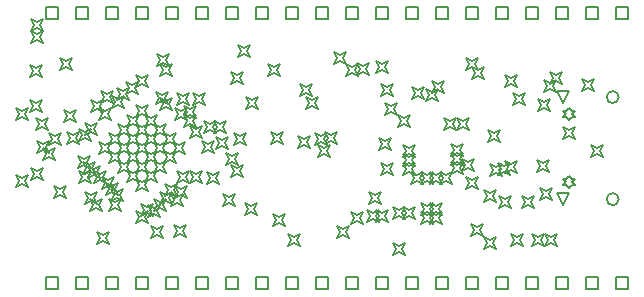
<source format=gbr>
%TF.GenerationSoftware,Altium Limited,Altium Designer,19.0.15 (446)*%
G04 Layer_Color=2752767*
%FSLAX45Y45*%
%MOMM*%
%TF.FileFunction,Drawing*%
%TF.Part,Single*%
G01*
G75*
%TA.AperFunction,NonConductor*%
%ADD90C,0.12700*%
%ADD91C,0.16933*%
D90*
X14681200Y6045200D02*
Y6146800D01*
X14782800D01*
Y6045200D01*
X14681200D01*
X14427200D02*
Y6146800D01*
X14528799D01*
Y6045200D01*
X14427200D01*
X14935201D02*
Y6146800D01*
X15036800D01*
Y6045200D01*
X14935201D01*
X15189200D02*
Y6146800D01*
X15290800D01*
Y6045200D01*
X15189200D01*
X14173199D02*
Y6146800D01*
X14274800D01*
Y6045200D01*
X14173199D01*
X13919200D02*
Y6146800D01*
X14020799D01*
Y6045200D01*
X13919200D01*
X13411200D02*
Y6146800D01*
X13512801D01*
Y6045200D01*
X13411200D01*
X13665199D02*
Y6146800D01*
X13766800D01*
Y6045200D01*
X13665199D01*
X13157201D02*
Y6146800D01*
X13258800D01*
Y6045200D01*
X13157201D01*
X10871200D02*
Y6146800D01*
X10972800D01*
Y6045200D01*
X10871200D01*
X11379200D02*
Y6146800D01*
X11480800D01*
Y6045200D01*
X11379200D01*
X11125200D02*
Y6146800D01*
X11226800D01*
Y6045200D01*
X11125200D01*
X11633200D02*
Y6146800D01*
X11734800D01*
Y6045200D01*
X11633200D01*
X11887200D02*
Y6146800D01*
X11988800D01*
Y6045200D01*
X11887200D01*
X12903200D02*
Y6146800D01*
X13004800D01*
Y6045200D01*
X12903200D01*
X12649200D02*
Y6146800D01*
X12750800D01*
Y6045200D01*
X12649200D01*
X12141200D02*
Y6146800D01*
X12242800D01*
Y6045200D01*
X12141200D01*
X12395200D02*
Y6146800D01*
X12496800D01*
Y6045200D01*
X12395200D01*
X10363200D02*
Y6146800D01*
X10464800D01*
Y6045200D01*
X10363200D01*
X10617200D02*
Y6146800D01*
X10718800D01*
Y6045200D01*
X10617200D01*
X14681200Y8331200D02*
Y8432800D01*
X14782800D01*
Y8331200D01*
X14681200D01*
X14427200D02*
Y8432800D01*
X14528799D01*
Y8331200D01*
X14427200D01*
X14935201D02*
Y8432800D01*
X15036800D01*
Y8331200D01*
X14935201D01*
X15189200D02*
Y8432800D01*
X15290800D01*
Y8331200D01*
X15189200D01*
X14173199D02*
Y8432800D01*
X14274800D01*
Y8331200D01*
X14173199D01*
X13919200D02*
Y8432800D01*
X14020799D01*
Y8331200D01*
X13919200D01*
X13411200D02*
Y8432800D01*
X13512801D01*
Y8331200D01*
X13411200D01*
X13665199D02*
Y8432800D01*
X13766800D01*
Y8331200D01*
X13665199D01*
X13157201D02*
Y8432800D01*
X13258800D01*
Y8331200D01*
X13157201D01*
X10871200D02*
Y8432800D01*
X10972800D01*
Y8331200D01*
X10871200D01*
X11379200D02*
Y8432800D01*
X11480800D01*
Y8331200D01*
X11379200D01*
X11125200D02*
Y8432800D01*
X11226800D01*
Y8331200D01*
X11125200D01*
X11633200D02*
Y8432800D01*
X11734800D01*
Y8331200D01*
X11633200D01*
X11887200D02*
Y8432800D01*
X11988800D01*
Y8331200D01*
X11887200D01*
X12903200D02*
Y8432800D01*
X13004800D01*
Y8331200D01*
X12903200D01*
X12649200D02*
Y8432800D01*
X12750800D01*
Y8331200D01*
X12649200D01*
X12141200D02*
Y8432800D01*
X12242800D01*
Y8331200D01*
X12141200D01*
X12395200D02*
Y8432800D01*
X12496800D01*
Y8331200D01*
X12395200D01*
X10363200D02*
Y8432800D01*
X10464800D01*
Y8331200D01*
X10363200D01*
X10617200D02*
Y8432800D01*
X10718800D01*
Y8331200D01*
X10617200D01*
X14742250Y7620200D02*
X14691451Y7721800D01*
X14793050D01*
X14742250Y7620200D01*
Y6756200D02*
X14691451Y6857800D01*
X14793050D01*
X14742250Y6756200D01*
X14792250Y6899200D02*
X14817650Y6924600D01*
X14843050D01*
X14817650Y6950000D01*
X14843050Y6975400D01*
X14817650D01*
X14792250Y7000800D01*
X14766850Y6975400D01*
X14741451D01*
X14766850Y6950000D01*
X14741451Y6924600D01*
X14766850D01*
X14792250Y6899200D01*
Y7477200D02*
X14817650Y7502600D01*
X14843050D01*
X14817650Y7528000D01*
X14843050Y7553400D01*
X14817650D01*
X14792250Y7578800D01*
X14766850Y7553400D01*
X14741451D01*
X14766850Y7528000D01*
X14741451Y7502600D01*
X14766850D01*
X14792250Y7477200D01*
X14579601Y7717800D02*
X14605000Y7768600D01*
X14579601Y7819400D01*
X14630400Y7794000D01*
X14681200Y7819400D01*
X14655800Y7768600D01*
X14681200Y7717800D01*
X14630400Y7743200D01*
X14579601Y7717800D01*
X14541499Y6802827D02*
X14566901Y6853627D01*
X14541499Y6904427D01*
X14592300Y6879027D01*
X14643100Y6904427D01*
X14617700Y6853627D01*
X14643100Y6802827D01*
X14592300Y6828227D01*
X14541499Y6802827D01*
X10236200Y8229600D02*
X10261600Y8280400D01*
X10236200Y8331200D01*
X10287000Y8305800D01*
X10337800Y8331200D01*
X10312400Y8280400D01*
X10337800Y8229600D01*
X10287000Y8255000D01*
X10236200Y8229600D01*
X10223500Y7543800D02*
X10248900Y7594600D01*
X10223500Y7645400D01*
X10274300Y7620000D01*
X10325100Y7645400D01*
X10299700Y7594600D01*
X10325100Y7543800D01*
X10274300Y7569200D01*
X10223500Y7543800D01*
X10287000Y7201856D02*
X10312400Y7252656D01*
X10287000Y7303456D01*
X10337800Y7278056D01*
X10388600Y7303456D01*
X10363200Y7252656D01*
X10388600Y7201856D01*
X10337800Y7227256D01*
X10287000Y7201856D01*
X10236200Y8128000D02*
X10261600Y8178800D01*
X10236200Y8229600D01*
X10287000Y8204200D01*
X10337800Y8229600D01*
X10312400Y8178800D01*
X10337800Y8128000D01*
X10287000Y8153400D01*
X10236200Y8128000D01*
Y6972300D02*
X10261600Y7023100D01*
X10236200Y7073900D01*
X10287000Y7048500D01*
X10337800Y7073900D01*
X10312400Y7023100D01*
X10337800Y6972300D01*
X10287000Y6997700D01*
X10236200Y6972300D01*
X10109200Y6908800D02*
X10134600Y6959600D01*
X10109200Y7010400D01*
X10160000Y6985000D01*
X10210800Y7010400D01*
X10185400Y6959600D01*
X10210800Y6908800D01*
X10160000Y6934200D01*
X10109200Y6908800D01*
X10223500Y7845250D02*
X10248900Y7896050D01*
X10223500Y7946850D01*
X10274300Y7921450D01*
X10325100Y7946850D01*
X10299700Y7896050D01*
X10325100Y7845250D01*
X10274300Y7870650D01*
X10223500Y7845250D01*
X10274300Y7391400D02*
X10299700Y7442200D01*
X10274300Y7493000D01*
X10325100Y7467600D01*
X10375900Y7493000D01*
X10350500Y7442200D01*
X10375900Y7391400D01*
X10325100Y7416800D01*
X10274300Y7391400D01*
X10109200Y7480300D02*
X10134600Y7531100D01*
X10109200Y7581900D01*
X10160000Y7556500D01*
X10210800Y7581900D01*
X10185400Y7531100D01*
X10210800Y7480300D01*
X10160000Y7505700D01*
X10109200Y7480300D01*
X11607800Y7607300D02*
X11633200Y7658100D01*
X11607800Y7708900D01*
X11658600Y7683500D01*
X11709400Y7708900D01*
X11684000Y7658100D01*
X11709400Y7607300D01*
X11658600Y7632700D01*
X11607800Y7607300D01*
X11696700Y7370400D02*
X11722100Y7421200D01*
X11696700Y7472000D01*
X11747500Y7446600D01*
X11798300Y7472000D01*
X11772900Y7421200D01*
X11798300Y7370400D01*
X11747500Y7395800D01*
X11696700Y7370400D01*
X11798300Y7228714D02*
X11823700Y7279514D01*
X11798300Y7330314D01*
X11849100Y7304914D01*
X11899900Y7330314D01*
X11874500Y7279514D01*
X11899900Y7228714D01*
X11849100Y7254114D01*
X11798300Y7228714D01*
X11887200Y7096967D02*
X11912600Y7147767D01*
X11887200Y7198567D01*
X11938000Y7173167D01*
X11988800Y7198567D01*
X11963400Y7147767D01*
X11988800Y7096967D01*
X11938000Y7122367D01*
X11887200Y7096967D01*
X13462000Y7659312D02*
X13487399Y7710112D01*
X13462000Y7760912D01*
X13512801Y7735512D01*
X13563600Y7760912D01*
X13538200Y7710112D01*
X13563600Y7659312D01*
X13512801Y7684712D01*
X13462000Y7659312D01*
X13233400Y7518400D02*
X13258800Y7569200D01*
X13233400Y7620000D01*
X13284200Y7594600D01*
X13335001Y7620000D01*
X13309599Y7569200D01*
X13335001Y7518400D01*
X13284200Y7543800D01*
X13233400Y7518400D01*
X12661900Y7162800D02*
X12687300Y7213600D01*
X12661900Y7264400D01*
X12712700Y7239000D01*
X12763500Y7264400D01*
X12738100Y7213600D01*
X12763500Y7162800D01*
X12712700Y7188200D01*
X12661900Y7162800D01*
X12636500Y7264400D02*
X12661900Y7315200D01*
X12636500Y7366000D01*
X12687300Y7340600D01*
X12738100Y7366000D01*
X12712700Y7315200D01*
X12738100Y7264400D01*
X12687300Y7289800D01*
X12636500Y7264400D01*
X13970000Y7823200D02*
X13995399Y7874000D01*
X13970000Y7924800D01*
X14020799Y7899400D01*
X14071600Y7924800D01*
X14046201Y7874000D01*
X14071600Y7823200D01*
X14020799Y7848600D01*
X13970000Y7823200D01*
X13627100Y7703643D02*
X13652499Y7754443D01*
X13627100Y7805243D01*
X13677901Y7779843D01*
X13728700Y7805243D01*
X13703300Y7754443D01*
X13728700Y7703643D01*
X13677901Y7729043D01*
X13627100Y7703643D01*
X12510456Y7683500D02*
X12535856Y7734300D01*
X12510456Y7785100D01*
X12561256Y7759700D01*
X12612056Y7785100D01*
X12586656Y7734300D01*
X12612056Y7683500D01*
X12561256Y7708900D01*
X12510456Y7683500D01*
X13182600Y7226300D02*
X13208000Y7277100D01*
X13182600Y7327900D01*
X13233400Y7302500D01*
X13284200Y7327900D01*
X13258800Y7277100D01*
X13284200Y7226300D01*
X13233400Y7251700D01*
X13182600Y7226300D01*
X13788699Y7099300D02*
X13814101Y7150100D01*
X13788699Y7200900D01*
X13839500Y7175500D01*
X13890300Y7200900D01*
X13864900Y7150100D01*
X13890300Y7099300D01*
X13839500Y7124700D01*
X13788699Y7099300D01*
Y7023100D02*
X13814101Y7073900D01*
X13788699Y7124700D01*
X13839500Y7099300D01*
X13890300Y7124700D01*
X13864900Y7073900D01*
X13890300Y7023100D01*
X13839500Y7048500D01*
X13788699Y7023100D01*
X13881100Y7042159D02*
X13906500Y7092959D01*
X13881100Y7143759D01*
X13931900Y7118359D01*
X13982700Y7143759D01*
X13957300Y7092959D01*
X13982700Y7042159D01*
X13931900Y7067559D01*
X13881100Y7042159D01*
X14107413Y7288200D02*
X14132812Y7339000D01*
X14107413Y7389800D01*
X14158212Y7364400D01*
X14209013Y7389800D01*
X14183614Y7339000D01*
X14209013Y7288200D01*
X14158212Y7313600D01*
X14107413Y7288200D01*
X14122000Y7002584D02*
X14147400Y7053384D01*
X14122000Y7104184D01*
X14172800Y7078784D01*
X14223599Y7104184D01*
X14198199Y7053384D01*
X14223599Y7002584D01*
X14172800Y7027984D01*
X14122000Y7002584D01*
X14185899Y7009353D02*
X14211301Y7060153D01*
X14185899Y7110953D01*
X14236700Y7085553D01*
X14287500Y7110953D01*
X14262100Y7060153D01*
X14287500Y7009353D01*
X14236700Y7034753D01*
X14185899Y7009353D01*
X14585115Y6413500D02*
X14610515Y6464300D01*
X14585115Y6515100D01*
X14635915Y6489700D01*
X14686716Y6515100D01*
X14661314Y6464300D01*
X14686716Y6413500D01*
X14635915Y6438900D01*
X14585115Y6413500D01*
X12560300Y7573573D02*
X12585700Y7624373D01*
X12560300Y7675173D01*
X12611100Y7649773D01*
X12661900Y7675173D01*
X12636500Y7624373D01*
X12661900Y7573573D01*
X12611100Y7598973D01*
X12560300Y7573573D01*
X12725400Y7274686D02*
X12750800Y7325486D01*
X12725400Y7376286D01*
X12776200Y7350886D01*
X12827000Y7376286D01*
X12801601Y7325486D01*
X12827000Y7274686D01*
X12776200Y7300086D01*
X12725400Y7274686D01*
X14249400Y7028470D02*
X14274800Y7079270D01*
X14249400Y7130070D01*
X14300200Y7104670D01*
X14350999Y7130070D01*
X14325600Y7079270D01*
X14350999Y7028470D01*
X14300200Y7053870D01*
X14249400Y7028470D01*
X14389101Y6732116D02*
X14414500Y6782916D01*
X14389101Y6833716D01*
X14439900Y6808316D01*
X14490700Y6833716D01*
X14465300Y6782916D01*
X14490700Y6732116D01*
X14439900Y6757516D01*
X14389101Y6732116D01*
X10836345Y6895298D02*
X10861745Y6946098D01*
X10836345Y6996898D01*
X10887145Y6971498D01*
X10937945Y6996898D01*
X10912545Y6946098D01*
X10937945Y6895298D01*
X10887145Y6920698D01*
X10836345Y6895298D01*
X10764873Y6944835D02*
X10790273Y6995635D01*
X10764873Y7046435D01*
X10815673Y7021035D01*
X10866473Y7046435D01*
X10841073Y6995635D01*
X10866473Y6944835D01*
X10815673Y6970235D01*
X10764873Y6944835D01*
X10871200Y6845300D02*
X10896600Y6896100D01*
X10871200Y6946900D01*
X10922000Y6921500D01*
X10972800Y6946900D01*
X10947400Y6896100D01*
X10972800Y6845300D01*
X10922000Y6870700D01*
X10871200Y6845300D01*
X10337800Y7137400D02*
X10363200Y7188200D01*
X10337800Y7239000D01*
X10388600Y7213600D01*
X10439400Y7239000D01*
X10414000Y7188200D01*
X10439400Y7137400D01*
X10388600Y7162800D01*
X10337800Y7137400D01*
X10672400Y7023452D02*
X10697800Y7074252D01*
X10672400Y7125052D01*
X10723200Y7099652D01*
X10774000Y7125052D01*
X10748600Y7074252D01*
X10774000Y7023452D01*
X10723200Y7048852D01*
X10672400Y7023452D01*
X10631796Y7070400D02*
X10657196Y7121200D01*
X10631796Y7172000D01*
X10682596Y7146600D01*
X10733396Y7172000D01*
X10707996Y7121200D01*
X10733396Y7070400D01*
X10682596Y7095800D01*
X10631796Y7070400D01*
X10642600Y6946900D02*
X10668000Y6997700D01*
X10642600Y7048500D01*
X10693400Y7023100D01*
X10744200Y7048500D01*
X10718800Y6997700D01*
X10744200Y6946900D01*
X10693400Y6972300D01*
X10642600Y6946900D01*
X10718800Y6985000D02*
X10744200Y7035800D01*
X10718800Y7086600D01*
X10769600Y7061200D01*
X10820400Y7086600D01*
X10795000Y7035800D01*
X10820400Y6985000D01*
X10769600Y7010400D01*
X10718800Y6985000D01*
X10909300Y6794500D02*
X10934700Y6845300D01*
X10909300Y6896100D01*
X10960100Y6870700D01*
X11010900Y6896100D01*
X10985500Y6845300D01*
X11010900Y6794500D01*
X10960100Y6819900D01*
X10909300Y6794500D01*
X10891855Y6705600D02*
X10917255Y6756400D01*
X10891855Y6807200D01*
X10942655Y6781800D01*
X10993455Y6807200D01*
X10968055Y6756400D01*
X10993455Y6705600D01*
X10942655Y6731000D01*
X10891855Y6705600D01*
X10731500Y6706949D02*
X10756900Y6757749D01*
X10731500Y6808549D01*
X10782300Y6783149D01*
X10833100Y6808549D01*
X10807700Y6757749D01*
X10833100Y6706949D01*
X10782300Y6732349D01*
X10731500Y6706949D01*
X10693400Y6769100D02*
X10718800Y6819900D01*
X10693400Y6870700D01*
X10744200Y6845300D01*
X10795000Y6870700D01*
X10769600Y6819900D01*
X10795000Y6769100D01*
X10744200Y6794500D01*
X10693400Y6769100D01*
X11125200Y6604000D02*
X11150600Y6654800D01*
X11125200Y6705600D01*
X11176000Y6680200D01*
X11226800Y6705600D01*
X11201400Y6654800D01*
X11226800Y6604000D01*
X11176000Y6629400D01*
X11125200Y6604000D01*
X11163300Y6667500D02*
X11188700Y6718300D01*
X11163300Y6769100D01*
X11214100Y6743700D01*
X11264900Y6769100D01*
X11239500Y6718300D01*
X11264900Y6667500D01*
X11214100Y6692900D01*
X11163300Y6667500D01*
X11226800Y6654800D02*
X11252200Y6705600D01*
X11226800Y6756400D01*
X11277600Y6731000D01*
X11328400Y6756400D01*
X11303000Y6705600D01*
X11328400Y6654800D01*
X11277600Y6680200D01*
X11226800Y6654800D01*
X11277600Y6706949D02*
X11303000Y6757749D01*
X11277600Y6808549D01*
X11328400Y6783149D01*
X11379200Y6808549D01*
X11353800Y6757749D01*
X11379200Y6706949D01*
X11328400Y6732349D01*
X11277600Y6706949D01*
X13157201Y6612000D02*
X13182600Y6662800D01*
X13157201Y6713600D01*
X13208000Y6688200D01*
X13258800Y6713600D01*
X13233400Y6662800D01*
X13258800Y6612000D01*
X13208000Y6637400D01*
X13157201Y6612000D01*
X13081000D02*
X13106400Y6662800D01*
X13081000Y6713600D01*
X13131799Y6688200D01*
X13182600Y6713600D01*
X13157201Y6662800D01*
X13182600Y6612000D01*
X13131799Y6637400D01*
X13081000Y6612000D01*
X11417300Y6753330D02*
X11442700Y6804130D01*
X11417300Y6854930D01*
X11468100Y6829530D01*
X11518900Y6854930D01*
X11493500Y6804130D01*
X11518900Y6753330D01*
X11468100Y6778730D01*
X11417300Y6753330D01*
X11328400Y6769100D02*
X11353800Y6819900D01*
X11328400Y6870700D01*
X11379200Y6845300D01*
X11430000Y6870700D01*
X11404600Y6819900D01*
X11430000Y6769100D01*
X11379200Y6794500D01*
X11328400Y6769100D01*
X11366500Y6832600D02*
X11391900Y6883400D01*
X11366500Y6934200D01*
X11417300Y6908800D01*
X11468100Y6934200D01*
X11442700Y6883400D01*
X11468100Y6832600D01*
X11417300Y6858000D01*
X11366500Y6832600D01*
X11455400Y6819900D02*
X11480800Y6870700D01*
X11455400Y6921500D01*
X11506200Y6896100D01*
X11557000Y6921500D01*
X11531600Y6870700D01*
X11557000Y6819900D01*
X11506200Y6845300D01*
X11455400Y6819900D01*
X13385800Y7088200D02*
X13411200Y7139000D01*
X13385800Y7189800D01*
X13436600Y7164400D01*
X13487399Y7189800D01*
X13462000Y7139000D01*
X13487399Y7088200D01*
X13436600Y7113600D01*
X13385800Y7088200D01*
X13788699Y7174900D02*
X13814101Y7225700D01*
X13788699Y7276500D01*
X13839500Y7251100D01*
X13890300Y7276500D01*
X13864900Y7225700D01*
X13890300Y7174900D01*
X13839500Y7200300D01*
X13788699Y7174900D01*
X11925800Y6996200D02*
X11951200Y7047000D01*
X11925800Y7097800D01*
X11976600Y7072400D01*
X12027400Y7097800D01*
X12002000Y7047000D01*
X12027400Y6996200D01*
X11976600Y7021600D01*
X11925800Y6996200D01*
X11468100Y6941829D02*
X11493500Y6992629D01*
X11468100Y7043429D01*
X11518900Y7018029D01*
X11569700Y7043429D01*
X11544300Y6992629D01*
X11569700Y6941829D01*
X11518900Y6967229D01*
X11468100Y6941829D01*
X11582400D02*
X11607800Y6992629D01*
X11582400Y7043429D01*
X11633200Y7018029D01*
X11684000Y7043429D01*
X11658600Y6992629D01*
X11684000Y6941829D01*
X11633200Y6967229D01*
X11582400Y6941829D01*
X13385800Y7163200D02*
X13411200Y7214000D01*
X13385800Y7264800D01*
X13436600Y7239400D01*
X13487399Y7264800D01*
X13462000Y7214000D01*
X13487399Y7163200D01*
X13436600Y7188600D01*
X13385800Y7163200D01*
Y7013470D02*
X13411200Y7064270D01*
X13385800Y7115070D01*
X13436600Y7089670D01*
X13487399Y7115070D01*
X13462000Y7064270D01*
X13487399Y7013470D01*
X13436600Y7038870D01*
X13385800Y7013470D01*
X13614400Y6931874D02*
X13639799Y6982674D01*
X13614400Y7033474D01*
X13665199Y7008074D01*
X13716000Y7033474D01*
X13690601Y6982674D01*
X13716000Y6931874D01*
X13665199Y6957274D01*
X13614400Y6931874D01*
X13538200D02*
X13563600Y6982674D01*
X13538200Y7033474D01*
X13589000Y7008074D01*
X13639799Y7033474D01*
X13614400Y6982674D01*
X13639799Y6931874D01*
X13589000Y6957274D01*
X13538200Y6931874D01*
X11722100Y6934200D02*
X11747500Y6985000D01*
X11722100Y7035800D01*
X11772900Y7010400D01*
X11823700Y7035800D01*
X11798300Y6985000D01*
X11823700Y6934200D01*
X11772900Y6959600D01*
X11722100Y6934200D01*
X10541000Y7277100D02*
X10566400Y7327900D01*
X10541000Y7378700D01*
X10591800Y7353300D01*
X10642600Y7378700D01*
X10617200Y7327900D01*
X10642600Y7277100D01*
X10591800Y7302500D01*
X10541000Y7277100D01*
X10642600Y7302500D02*
X10668000Y7353300D01*
X10642600Y7404100D01*
X10693400Y7378700D01*
X10744200Y7404100D01*
X10718800Y7353300D01*
X10744200Y7302500D01*
X10693400Y7327900D01*
X10642600Y7302500D01*
X10693400Y7353300D02*
X10718800Y7404100D01*
X10693400Y7454900D01*
X10744200Y7429500D01*
X10795000Y7454900D01*
X10769600Y7404100D01*
X10795000Y7353300D01*
X10744200Y7378700D01*
X10693400Y7353300D01*
X10514763Y7459738D02*
X10540163Y7510538D01*
X10514763Y7561338D01*
X10565563Y7535938D01*
X10616363Y7561338D01*
X10590963Y7510538D01*
X10616363Y7459738D01*
X10565563Y7485138D01*
X10514763Y7459738D01*
X10744200Y7543800D02*
X10769600Y7594600D01*
X10744200Y7645400D01*
X10795000Y7620000D01*
X10845800Y7645400D01*
X10820400Y7594600D01*
X10845800Y7543800D01*
X10795000Y7569200D01*
X10744200Y7543800D01*
X11328400Y7848600D02*
X11353800Y7899400D01*
X11328400Y7950200D01*
X11379200Y7924800D01*
X11430000Y7950200D01*
X11404600Y7899400D01*
X11430000Y7848600D01*
X11379200Y7874000D01*
X11328400Y7848600D01*
X10814073Y7480300D02*
X10839473Y7531100D01*
X10814073Y7581900D01*
X10864873Y7556500D01*
X10915673Y7581900D01*
X10890273Y7531100D01*
X10915673Y7480300D01*
X10864873Y7505700D01*
X10814073Y7480300D01*
X10922000Y7581900D02*
X10947400Y7632700D01*
X10922000Y7683500D01*
X10972800Y7658100D01*
X11023600Y7683500D01*
X10998200Y7632700D01*
X11023600Y7581900D01*
X10972800Y7607300D01*
X10922000Y7581900D01*
X10960100Y7645400D02*
X10985500Y7696200D01*
X10960100Y7747000D01*
X11010900Y7721600D01*
X11061700Y7747000D01*
X11036300Y7696200D01*
X11061700Y7645400D01*
X11010900Y7670800D01*
X10960100Y7645400D01*
X11036300Y7696200D02*
X11061700Y7747000D01*
X11036300Y7797800D01*
X11087100Y7772400D01*
X11137900Y7797800D01*
X11112500Y7747000D01*
X11137900Y7696200D01*
X11087100Y7721600D01*
X11036300Y7696200D01*
X10828800Y7620000D02*
X10854200Y7670800D01*
X10828800Y7721600D01*
X10879600Y7696200D01*
X10930400Y7721600D01*
X10905000Y7670800D01*
X10930400Y7620000D01*
X10879600Y7645400D01*
X10828800Y7620000D01*
X11125200Y7759700D02*
X11150600Y7810500D01*
X11125200Y7861300D01*
X11176000Y7835900D01*
X11226800Y7861300D01*
X11201400Y7810500D01*
X11226800Y7759700D01*
X11176000Y7785100D01*
X11125200Y7759700D01*
X11295185Y7609207D02*
X11320585Y7660007D01*
X11295185Y7710807D01*
X11345985Y7685407D01*
X11396785Y7710807D01*
X11371385Y7660007D01*
X11396785Y7609207D01*
X11345985Y7634607D01*
X11295185Y7609207D01*
X11331262Y7560431D02*
X11356662Y7611231D01*
X11331262Y7662031D01*
X11382062Y7636631D01*
X11432862Y7662031D01*
X11407462Y7611231D01*
X11432862Y7560431D01*
X11382062Y7585831D01*
X11331262Y7560431D01*
X11468100Y7607300D02*
X11493500Y7658100D01*
X11468100Y7708900D01*
X11518900Y7683500D01*
X11569700Y7708900D01*
X11544300Y7658100D01*
X11569700Y7607300D01*
X11518900Y7632700D01*
X11468100Y7607300D01*
X11455400Y7477200D02*
X11480800Y7528000D01*
X11455400Y7578800D01*
X11506200Y7553400D01*
X11557000Y7578800D01*
X11531600Y7528000D01*
X11557000Y7477200D01*
X11506200Y7502600D01*
X11455400Y7477200D01*
X11531600Y7416800D02*
X11557000Y7467600D01*
X11531600Y7518400D01*
X11582400Y7493000D01*
X11633200Y7518400D01*
X11607800Y7467600D01*
X11633200Y7416800D01*
X11582400Y7442200D01*
X11531600Y7416800D01*
X11582400Y7327900D02*
X11607800Y7378700D01*
X11582400Y7429500D01*
X11633200Y7404100D01*
X11684000Y7429500D01*
X11658600Y7378700D01*
X11684000Y7327900D01*
X11633200Y7353300D01*
X11582400Y7327900D01*
X11531600Y7493000D02*
X11557000Y7543800D01*
X11531600Y7594600D01*
X11582400Y7569200D01*
X11633200Y7594600D01*
X11607800Y7543800D01*
X11633200Y7493000D01*
X11582400Y7518400D01*
X11531600Y7493000D01*
X11785600Y7366000D02*
X11811000Y7416800D01*
X11785600Y7467600D01*
X11836400Y7442200D01*
X11887200Y7467600D01*
X11861800Y7416800D01*
X11887200Y7366000D01*
X11836400Y7391400D01*
X11785600Y7366000D01*
X12992101Y7861300D02*
X13017500Y7912100D01*
X12992101Y7962900D01*
X13042900Y7937500D01*
X13093700Y7962900D01*
X13068300Y7912100D01*
X13093700Y7861300D01*
X13042900Y7886700D01*
X12992101Y7861300D01*
X12903200Y7848600D02*
X12928600Y7899400D01*
X12903200Y7950200D01*
X12953999Y7924800D01*
X13004800Y7950200D01*
X12979401Y7899400D01*
X13004800Y7848600D01*
X12953999Y7874000D01*
X12903200Y7848600D01*
X10388600Y7267749D02*
X10414000Y7318549D01*
X10388600Y7369349D01*
X10439400Y7343949D01*
X10490200Y7369349D01*
X10464800Y7318549D01*
X10490200Y7267749D01*
X10439400Y7293149D01*
X10388600Y7267749D01*
X10426700Y6819900D02*
X10452100Y6870700D01*
X10426700Y6921500D01*
X10477500Y6896100D01*
X10528300Y6921500D01*
X10502900Y6870700D01*
X10528300Y6819900D01*
X10477500Y6845300D01*
X10426700Y6819900D01*
X10798163Y6426200D02*
X10823563Y6477000D01*
X10798163Y6527800D01*
X10848963Y6502400D01*
X10899763Y6527800D01*
X10874363Y6477000D01*
X10899763Y6426200D01*
X10848963Y6451600D01*
X10798163Y6426200D01*
X10477500Y7899400D02*
X10502900Y7950200D01*
X10477500Y8001000D01*
X10528300Y7975600D01*
X10579100Y8001000D01*
X10553700Y7950200D01*
X10579100Y7899400D01*
X10528300Y7924800D01*
X10477500Y7899400D01*
X11684000Y7200900D02*
X11709400Y7251700D01*
X11684000Y7302500D01*
X11734800Y7277100D01*
X11785600Y7302500D01*
X11760200Y7251700D01*
X11785600Y7200900D01*
X11734800Y7226300D01*
X11684000Y7200900D01*
X11861800Y6753330D02*
X11887200Y6804130D01*
X11861800Y6854930D01*
X11912600Y6829530D01*
X11963400Y6854930D01*
X11938000Y6804130D01*
X11963400Y6753330D01*
X11912600Y6778730D01*
X11861800Y6753330D01*
X11444002Y6484272D02*
X11469402Y6535072D01*
X11444002Y6585872D01*
X11494802Y6560472D01*
X11545602Y6585872D01*
X11520202Y6535072D01*
X11545602Y6484272D01*
X11494802Y6509672D01*
X11444002Y6484272D01*
X11251037Y6477000D02*
X11276437Y6527800D01*
X11251037Y6578600D01*
X11301837Y6553200D01*
X11352637Y6578600D01*
X11327237Y6527800D01*
X11352637Y6477000D01*
X11301837Y6502400D01*
X11251037Y6477000D01*
X11303000Y7937500D02*
X11328400Y7988300D01*
X11303000Y8039100D01*
X11353800Y8013700D01*
X11404600Y8039100D01*
X11379200Y7988300D01*
X11404600Y7937500D01*
X11353800Y7962900D01*
X11303000Y7937500D01*
X14973300Y7162800D02*
X14998700Y7213600D01*
X14973300Y7264400D01*
X15024100Y7239000D01*
X15074899Y7264400D01*
X15049500Y7213600D01*
X15074899Y7162800D01*
X15024100Y7188200D01*
X14973300Y7162800D01*
X14068842Y6779297D02*
X14094241Y6830097D01*
X14068842Y6880897D01*
X14119641Y6855497D01*
X14170441Y6880897D01*
X14145041Y6830097D01*
X14170441Y6779297D01*
X14119641Y6804697D01*
X14068842Y6779297D01*
X13842999Y7391400D02*
X13868401Y7442200D01*
X13842999Y7493000D01*
X13893800Y7467600D01*
X13944600Y7493000D01*
X13919200Y7442200D01*
X13944600Y7391400D01*
X13893800Y7416800D01*
X13842999Y7391400D01*
X13576300Y7634200D02*
X13601700Y7685000D01*
X13576300Y7735800D01*
X13627100Y7710400D01*
X13677901Y7735800D01*
X13652499Y7685000D01*
X13677901Y7634200D01*
X13627100Y7659600D01*
X13576300Y7634200D01*
X13197000Y7679639D02*
X13222400Y7730439D01*
X13197000Y7781239D01*
X13247800Y7755839D01*
X13298599Y7781239D01*
X13273199Y7730439D01*
X13298599Y7679639D01*
X13247800Y7705039D01*
X13197000Y7679639D01*
X11988800Y8013700D02*
X12014200Y8064500D01*
X11988800Y8115300D01*
X12039600Y8089900D01*
X12090400Y8115300D01*
X12065000Y8064500D01*
X12090400Y8013700D01*
X12039600Y8039100D01*
X11988800Y8013700D01*
X12242893Y7848600D02*
X12268293Y7899400D01*
X12242893Y7950200D01*
X12293693Y7924800D01*
X12344493Y7950200D01*
X12319093Y7899400D01*
X12344493Y7848600D01*
X12293693Y7874000D01*
X12242893Y7848600D01*
X11932696Y7781100D02*
X11958096Y7831900D01*
X11932696Y7882700D01*
X11983496Y7857300D01*
X12034296Y7882700D01*
X12008896Y7831900D01*
X12034296Y7781100D01*
X11983496Y7806500D01*
X11932696Y7781100D01*
X12052300Y7567700D02*
X12077700Y7618500D01*
X12052300Y7669300D01*
X12103100Y7643900D01*
X12153900Y7669300D01*
X12128500Y7618500D01*
X12153900Y7567700D01*
X12103100Y7593100D01*
X12052300Y7567700D01*
X12407900Y6413500D02*
X12433300Y6464300D01*
X12407900Y6515100D01*
X12458700Y6489700D01*
X12509500Y6515100D01*
X12484100Y6464300D01*
X12509500Y6413500D01*
X12458700Y6438900D01*
X12407900Y6413500D01*
X12050800Y6671675D02*
X12076200Y6722475D01*
X12050800Y6773275D01*
X12101600Y6747875D01*
X12152400Y6773275D01*
X12127000Y6722475D01*
X12152400Y6671675D01*
X12101600Y6697075D01*
X12050800Y6671675D01*
X12280900Y6578600D02*
X12306300Y6629400D01*
X12280900Y6680200D01*
X12331700Y6654800D01*
X12382500Y6680200D01*
X12357100Y6629400D01*
X12382500Y6578600D01*
X12331700Y6604000D01*
X12280900Y6578600D01*
X12827000Y6477000D02*
X12852400Y6527800D01*
X12827000Y6578600D01*
X12877800Y6553200D01*
X12928600Y6578600D01*
X12903200Y6527800D01*
X12928600Y6477000D01*
X12877800Y6502400D01*
X12827000Y6477000D01*
X12942929Y6599200D02*
X12968329Y6650000D01*
X12942929Y6700800D01*
X12993729Y6675400D01*
X13044530Y6700800D01*
X13019128Y6650000D01*
X13044530Y6599200D01*
X12993729Y6624600D01*
X12942929Y6599200D01*
X13093700Y6767471D02*
X13119099Y6818271D01*
X13093700Y6869071D01*
X13144501Y6843671D01*
X13195300Y6869071D01*
X13169901Y6818271D01*
X13195300Y6767471D01*
X13144501Y6792871D01*
X13093700Y6767471D01*
X13195300Y7014959D02*
X13220700Y7065759D01*
X13195300Y7116559D01*
X13246100Y7091159D01*
X13296899Y7116559D01*
X13271500Y7065759D01*
X13296899Y7014959D01*
X13246100Y7040359D01*
X13195300Y7014959D01*
X12801508Y7950200D02*
X12826907Y8001000D01*
X12801508Y8051800D01*
X12852307Y8026400D01*
X12903107Y8051800D01*
X12877707Y8001000D01*
X12903107Y7950200D01*
X12852307Y7975600D01*
X12801508Y7950200D01*
X14198599Y6732116D02*
X14224001Y6782916D01*
X14198599Y6833716D01*
X14249400Y6808316D01*
X14300200Y6833716D01*
X14274800Y6782916D01*
X14300200Y6732116D01*
X14249400Y6757516D01*
X14198599Y6732116D01*
X14897099Y7721600D02*
X14922501Y7772400D01*
X14897099Y7823200D01*
X14947900Y7797800D01*
X14998700Y7823200D01*
X14973300Y7772400D01*
X14998700Y7721600D01*
X14947900Y7747000D01*
X14897099Y7721600D01*
X13157201Y7874000D02*
X13182600Y7924800D01*
X13157201Y7975600D01*
X13208000Y7950200D01*
X13258800Y7975600D01*
X13233400Y7924800D01*
X13258800Y7874000D01*
X13208000Y7899400D01*
X13157201Y7874000D01*
X13919200Y6896519D02*
X13944600Y6947319D01*
X13919200Y6998119D01*
X13970000Y6972719D01*
X14020799Y6998119D01*
X13995399Y6947319D01*
X14020799Y6896519D01*
X13970000Y6921919D01*
X13919200Y6896519D01*
X13614400Y6671675D02*
X13639799Y6722475D01*
X13614400Y6773275D01*
X13665199Y6747875D01*
X13716000Y6773275D01*
X13690601Y6722475D01*
X13716000Y6671675D01*
X13665199Y6697075D01*
X13614400Y6671675D01*
X13538200D02*
X13563600Y6722475D01*
X13538200Y6773275D01*
X13589000Y6747875D01*
X13639799Y6773275D01*
X13614400Y6722475D01*
X13639799Y6671675D01*
X13589000Y6697075D01*
X13538200Y6671675D01*
X13614400Y6592800D02*
X13639799Y6643600D01*
X13614400Y6694400D01*
X13665199Y6669000D01*
X13716000Y6694400D01*
X13690601Y6643600D01*
X13716000Y6592800D01*
X13665199Y6618200D01*
X13614400Y6592800D01*
X13538200D02*
X13563600Y6643600D01*
X13538200Y6694400D01*
X13589000Y6669000D01*
X13639799Y6694400D01*
X13614400Y6643600D01*
X13639799Y6592800D01*
X13589000Y6618200D01*
X13538200Y6592800D01*
X13701801Y6934200D02*
X13727200Y6985000D01*
X13701801Y7035800D01*
X13752600Y7010400D01*
X13803400Y7035800D01*
X13778000Y6985000D01*
X13803400Y6934200D01*
X13752600Y6959600D01*
X13701801Y6934200D01*
X13449300D02*
X13474699Y6985000D01*
X13449300Y7035800D01*
X13500101Y7010400D01*
X13550900Y7035800D01*
X13525500Y6985000D01*
X13550900Y6934200D01*
X13500101Y6959600D01*
X13449300Y6934200D01*
X13296899Y6337300D02*
X13322301Y6388100D01*
X13296899Y6438900D01*
X13347701Y6413500D01*
X13398500Y6438900D01*
X13373100Y6388100D01*
X13398500Y6337300D01*
X13347701Y6362700D01*
X13296899Y6337300D01*
X13385800Y6639030D02*
X13411200Y6689830D01*
X13385800Y6740630D01*
X13436600Y6715230D01*
X13487399Y6740630D01*
X13462000Y6689830D01*
X13487399Y6639030D01*
X13436600Y6664430D01*
X13385800Y6639030D01*
X13296899D02*
X13322301Y6689830D01*
X13296899Y6740630D01*
X13347701Y6715230D01*
X13398500Y6740630D01*
X13373100Y6689830D01*
X13398500Y6639030D01*
X13347701Y6664430D01*
X13296899Y6639030D01*
X13919200Y7899400D02*
X13944600Y7950200D01*
X13919200Y8001000D01*
X13970000Y7975600D01*
X14020799Y8001000D01*
X13995399Y7950200D01*
X14020799Y7899400D01*
X13970000Y7924800D01*
X13919200Y7899400D01*
X13346300Y7420100D02*
X13371700Y7470900D01*
X13346300Y7521700D01*
X13397099Y7496300D01*
X13447900Y7521700D01*
X13422501Y7470900D01*
X13447900Y7420100D01*
X13397099Y7445500D01*
X13346300Y7420100D01*
X13728700Y7391800D02*
X13754100Y7442600D01*
X13728700Y7493400D01*
X13779500Y7468000D01*
X13830299Y7493400D01*
X13804900Y7442600D01*
X13830299Y7391800D01*
X13779500Y7417200D01*
X13728700Y7391800D01*
X14528799Y7556500D02*
X14554201Y7607300D01*
X14528799Y7658100D01*
X14579601Y7632700D01*
X14630400Y7658100D01*
X14605000Y7607300D01*
X14630400Y7556500D01*
X14579601Y7581900D01*
X14528799Y7556500D01*
X14071600Y6388100D02*
X14097000Y6438900D01*
X14071600Y6489700D01*
X14122400Y6464300D01*
X14173199Y6489700D01*
X14147800Y6438900D01*
X14173199Y6388100D01*
X14122400Y6413500D01*
X14071600Y6388100D01*
X13957300Y6495841D02*
X13982700Y6546641D01*
X13957300Y6597441D01*
X14008099Y6572041D01*
X14058900Y6597441D01*
X14033501Y6546641D01*
X14058900Y6495841D01*
X14008099Y6521241D01*
X13957300Y6495841D01*
X14300200Y6413500D02*
X14325600Y6464300D01*
X14300200Y6515100D01*
X14350999Y6489700D01*
X14401801Y6515100D01*
X14376401Y6464300D01*
X14401801Y6413500D01*
X14350999Y6438900D01*
X14300200Y6413500D01*
X14478000D02*
X14503400Y6464300D01*
X14478000Y6515100D01*
X14528799Y6489700D01*
X14579601Y6515100D01*
X14554201Y6464300D01*
X14579601Y6413500D01*
X14528799Y6438900D01*
X14478000Y6413500D01*
X14245747Y7759700D02*
X14271147Y7810500D01*
X14245747Y7861300D01*
X14296547Y7835900D01*
X14347346Y7861300D01*
X14321947Y7810500D01*
X14347346Y7759700D01*
X14296547Y7785100D01*
X14245747Y7759700D01*
X14741451Y7315200D02*
X14766850Y7366000D01*
X14741451Y7416800D01*
X14792250Y7391400D01*
X14843050Y7416800D01*
X14817650Y7366000D01*
X14843050Y7315200D01*
X14792250Y7340600D01*
X14741451Y7315200D01*
X14630400Y7785100D02*
X14655800Y7835900D01*
X14630400Y7886700D01*
X14681200Y7861300D01*
X14732001Y7886700D01*
X14706599Y7835900D01*
X14732001Y7785100D01*
X14681200Y7810500D01*
X14630400Y7785100D01*
X14312900Y7607300D02*
X14338300Y7658100D01*
X14312900Y7708900D01*
X14363699Y7683500D01*
X14414500Y7708900D01*
X14389101Y7658100D01*
X14414500Y7607300D01*
X14363699Y7632700D01*
X14312900Y7607300D01*
X14516100Y7035800D02*
X14541499Y7086600D01*
X14516100Y7137400D01*
X14566901Y7112000D01*
X14617700Y7137400D01*
X14592300Y7086600D01*
X14617700Y7035800D01*
X14566901Y7061200D01*
X14516100Y7035800D01*
X12268200Y7277100D02*
X12293600Y7327900D01*
X12268200Y7378700D01*
X12319000Y7353300D01*
X12369800Y7378700D01*
X12344400Y7327900D01*
X12369800Y7277100D01*
X12319000Y7302500D01*
X12268200Y7277100D01*
X11950700Y7265982D02*
X11976100Y7316782D01*
X11950700Y7367582D01*
X12001500Y7342182D01*
X12052300Y7367582D01*
X12026900Y7316782D01*
X12052300Y7265982D01*
X12001500Y7291382D01*
X11950700Y7265982D01*
X12496800Y7239000D02*
X12522200Y7289800D01*
X12496800Y7340600D01*
X12547600Y7315200D01*
X12598400Y7340600D01*
X12573000Y7289800D01*
X12598400Y7239000D01*
X12547600Y7264400D01*
X12496800Y7239000D01*
X10891855Y7265982D02*
X10917255Y7316782D01*
X10891855Y7367582D01*
X10942655Y7342182D01*
X10993455Y7367582D01*
X10968055Y7316782D01*
X10993455Y7265982D01*
X10942655Y7291382D01*
X10891855Y7265982D01*
X11047418Y7110418D02*
X11072818Y7161218D01*
X11047418Y7212018D01*
X11098218Y7186618D01*
X11149018Y7212018D01*
X11123618Y7161218D01*
X11149018Y7110418D01*
X11098218Y7135818D01*
X11047418Y7110418D01*
X11202982Y6954855D02*
X11228382Y7005655D01*
X11202982Y7056455D01*
X11253782Y7031055D01*
X11304582Y7056455D01*
X11279182Y7005655D01*
X11304582Y6954855D01*
X11253782Y6980255D01*
X11202982Y6954855D01*
X10969636Y7188200D02*
X10995036Y7239000D01*
X10969636Y7289800D01*
X11020436Y7264400D01*
X11071236Y7289800D01*
X11045836Y7239000D01*
X11071236Y7188200D01*
X11020436Y7213600D01*
X10969636Y7188200D01*
X11125200Y7032636D02*
X11150600Y7083436D01*
X11125200Y7134236D01*
X11176000Y7108836D01*
X11226800Y7134236D01*
X11201400Y7083436D01*
X11226800Y7032636D01*
X11176000Y7058036D01*
X11125200Y7032636D01*
X11047418Y7421545D02*
X11072818Y7472345D01*
X11047418Y7523145D01*
X11098218Y7497745D01*
X11149018Y7523145D01*
X11123618Y7472345D01*
X11149018Y7421545D01*
X11098218Y7446945D01*
X11047418Y7421545D01*
X11202982Y7265982D02*
X11228382Y7316782D01*
X11202982Y7367582D01*
X11253782Y7342182D01*
X11304582Y7367582D01*
X11279182Y7316782D01*
X11304582Y7265982D01*
X11253782Y7291382D01*
X11202982Y7265982D01*
X11358545Y7110418D02*
X11383945Y7161218D01*
X11358545Y7212018D01*
X11409345Y7186618D01*
X11460145Y7212018D01*
X11434745Y7161218D01*
X11460145Y7110418D01*
X11409345Y7135818D01*
X11358545Y7110418D01*
X11125200Y7343764D02*
X11150600Y7394564D01*
X11125200Y7445364D01*
X11176000Y7419964D01*
X11226800Y7445364D01*
X11201400Y7394564D01*
X11226800Y7343764D01*
X11176000Y7369164D01*
X11125200Y7343764D01*
X11280764Y7188200D02*
X11306164Y7239000D01*
X11280764Y7289800D01*
X11331564Y7264400D01*
X11382364Y7289800D01*
X11356964Y7239000D01*
X11382364Y7188200D01*
X11331564Y7213600D01*
X11280764Y7188200D01*
X11358545Y7265982D02*
X11383945Y7316782D01*
X11358545Y7367582D01*
X11409345Y7342182D01*
X11460145Y7367582D01*
X11434745Y7316782D01*
X11460145Y7265982D01*
X11409345Y7291382D01*
X11358545Y7265982D01*
X11202982Y7110418D02*
X11228382Y7161218D01*
X11202982Y7212018D01*
X11253782Y7186618D01*
X11304582Y7212018D01*
X11279182Y7161218D01*
X11304582Y7110418D01*
X11253782Y7135818D01*
X11202982Y7110418D01*
X11047418Y6954855D02*
X11072818Y7005655D01*
X11047418Y7056455D01*
X11098218Y7031055D01*
X11149018Y7056455D01*
X11123618Y7005655D01*
X11149018Y6954855D01*
X11098218Y6980255D01*
X11047418Y6954855D01*
X11202982Y7421545D02*
X11228382Y7472345D01*
X11202982Y7523145D01*
X11253782Y7497745D01*
X11304582Y7523145D01*
X11279182Y7472345D01*
X11304582Y7421545D01*
X11253782Y7446945D01*
X11202982Y7421545D01*
X11047418Y7265982D02*
X11072818Y7316782D01*
X11047418Y7367582D01*
X11098218Y7342182D01*
X11149018Y7367582D01*
X11123618Y7316782D01*
X11149018Y7265982D01*
X11098218Y7291382D01*
X11047418Y7265982D01*
X10891855Y7110418D02*
X10917255Y7161218D01*
X10891855Y7212018D01*
X10942655Y7186618D01*
X10993455Y7212018D01*
X10968055Y7161218D01*
X10993455Y7110418D01*
X10942655Y7135818D01*
X10891855Y7110418D01*
X11125200Y6877073D02*
X11150600Y6927873D01*
X11125200Y6978673D01*
X11176000Y6953273D01*
X11226800Y6978673D01*
X11201400Y6927873D01*
X11226800Y6877073D01*
X11176000Y6902473D01*
X11125200Y6877073D01*
X10969636Y7032636D02*
X10995036Y7083436D01*
X10969636Y7134236D01*
X11020436Y7108836D01*
X11071236Y7134236D01*
X11045836Y7083436D01*
X11071236Y7032636D01*
X11020436Y7058036D01*
X10969636Y7032636D01*
X10814073Y7188200D02*
X10839473Y7239000D01*
X10814073Y7289800D01*
X10864873Y7264400D01*
X10915673Y7289800D01*
X10890273Y7239000D01*
X10915673Y7188200D01*
X10864873Y7213600D01*
X10814073Y7188200D01*
X11280764Y7032636D02*
X11306164Y7083436D01*
X11280764Y7134236D01*
X11331564Y7108836D01*
X11382364Y7134236D01*
X11356964Y7083436D01*
X11382364Y7032636D01*
X11331564Y7058036D01*
X11280764Y7032636D01*
X11125200Y7188200D02*
X11150600Y7239000D01*
X11125200Y7289800D01*
X11176000Y7264400D01*
X11226800Y7289800D01*
X11201400Y7239000D01*
X11226800Y7188200D01*
X11176000Y7213600D01*
X11125200Y7188200D01*
X10969636Y7343764D02*
X10995036Y7394564D01*
X10969636Y7445364D01*
X11020436Y7419964D01*
X11071236Y7445364D01*
X11045836Y7394564D01*
X11071236Y7343764D01*
X11020436Y7369164D01*
X10969636Y7343764D01*
X11436327Y7188200D02*
X11461727Y7239000D01*
X11436327Y7289800D01*
X11487127Y7264400D01*
X11537927Y7289800D01*
X11512527Y7239000D01*
X11537927Y7188200D01*
X11487127Y7213600D01*
X11436327Y7188200D01*
X11280764Y7343764D02*
X11306164Y7394564D01*
X11280764Y7445364D01*
X11331564Y7419964D01*
X11382364Y7445364D01*
X11356964Y7394564D01*
X11382364Y7343764D01*
X11331564Y7369164D01*
X11280764Y7343764D01*
X11125200Y7499327D02*
X11150600Y7550127D01*
X11125200Y7600927D01*
X11176000Y7575527D01*
X11226800Y7600927D01*
X11201400Y7550127D01*
X11226800Y7499327D01*
X11176000Y7524727D01*
X11125200Y7499327D01*
D91*
X15211050Y7671000D02*
G03*
X15211050Y7671000I-50800J0D01*
G01*
Y6807000D02*
G03*
X15211050Y6807000I-50800J0D01*
G01*
%TF.MD5,eaecb080ea25262960b9b0900c8da7c5*%
M02*

</source>
